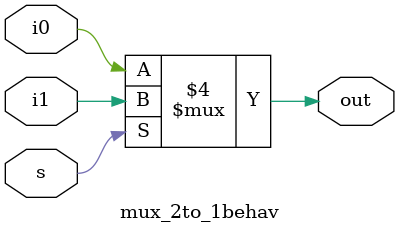
<source format=v>
module mux_2to_1behav(out,i0,i1,s);
	output out;
	input i0,i1;
	input s;
	reg out;
	always@(i0 or i1 or s)
	begin
	if(s==0)
		out=i0;
	else 
		out=i1;
	end
endmodule

</source>
